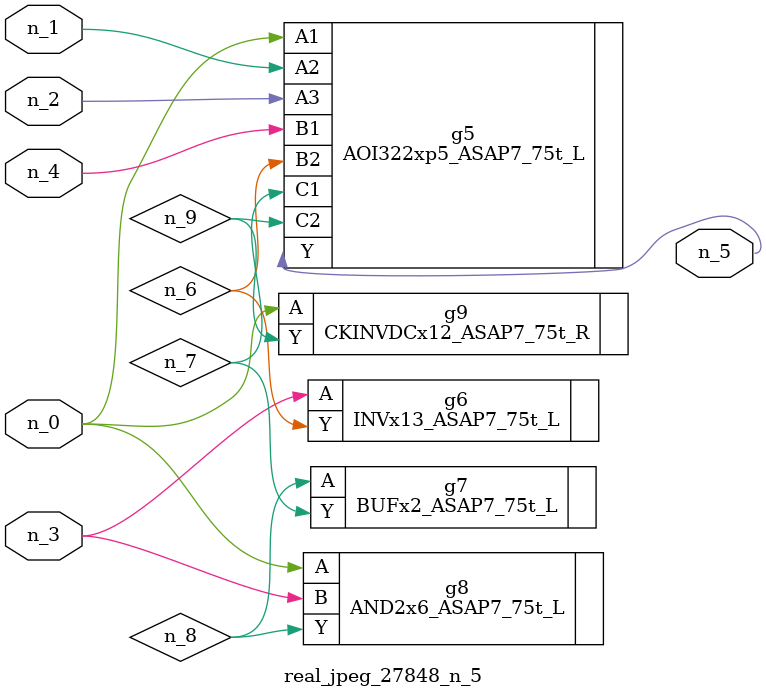
<source format=v>
module real_jpeg_27848_n_5 (n_4, n_0, n_1, n_2, n_3, n_5);

input n_4;
input n_0;
input n_1;
input n_2;
input n_3;

output n_5;

wire n_8;
wire n_6;
wire n_7;
wire n_9;

AOI322xp5_ASAP7_75t_L g5 ( 
.A1(n_0),
.A2(n_1),
.A3(n_2),
.B1(n_4),
.B2(n_6),
.C1(n_7),
.C2(n_9),
.Y(n_5)
);

AND2x6_ASAP7_75t_L g8 ( 
.A(n_0),
.B(n_3),
.Y(n_8)
);

CKINVDCx12_ASAP7_75t_R g9 ( 
.A(n_0),
.Y(n_9)
);

INVx13_ASAP7_75t_L g6 ( 
.A(n_3),
.Y(n_6)
);

BUFx2_ASAP7_75t_L g7 ( 
.A(n_8),
.Y(n_7)
);


endmodule
</source>
